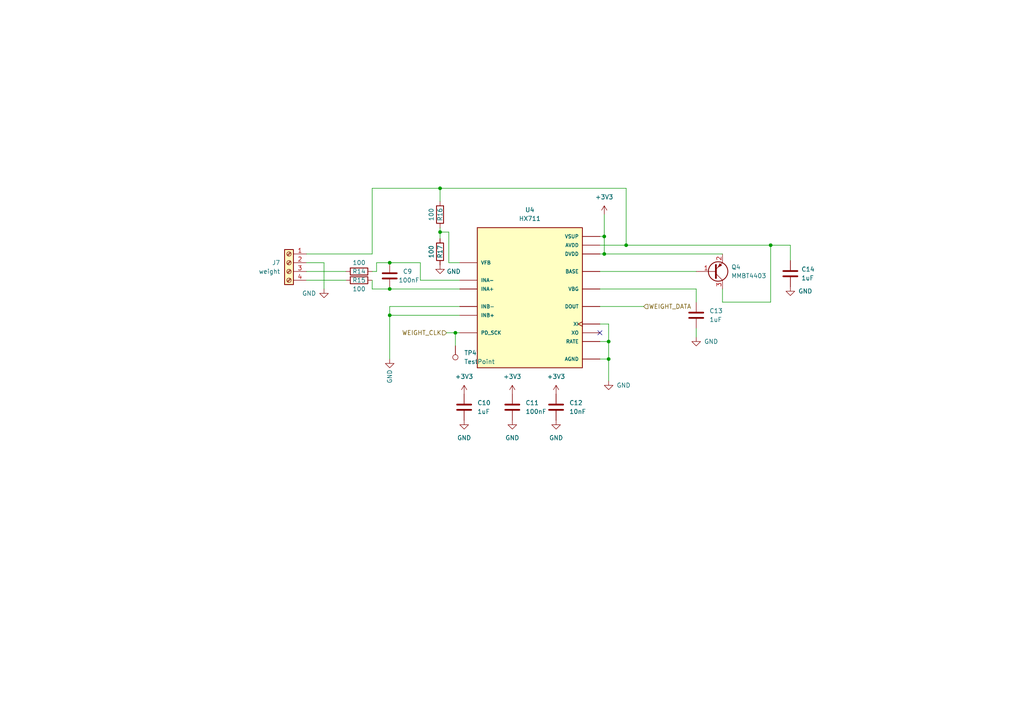
<source format=kicad_sch>
(kicad_sch (version 20211123) (generator eeschema)
  (paper "A4")
  (title_block (title "Weight"))
  (lib_symbols
    (symbol "Connector:Screw_Terminal_01x04" (pin_names (offset 1.016) hide)
      (property "Reference" "J" (at 0 5.08 0))
      (property "Value" "Screw_Terminal_01x04" (at 0 -7.62 0))
      (symbol "Screw_Terminal_01x04_1_1"
        (rectangle (start -1.27 3.81) (end 1.27 -6.35) (stroke (width 0.254)) (fill (type background)))
        (circle (center 0 -5.08) (radius 0.635) (stroke (width 0.1524)))
        (circle (center 0 -2.54) (radius 0.635) (stroke (width 0.1524)))
        (polyline (pts (xy -0.5334 -4.7498) (xy 0.3302 -5.588)) (stroke (width 0.1524)))
        (polyline (pts (xy -0.5334 -2.2098) (xy 0.3302 -3.048)) (stroke (width 0.1524)))
        (polyline (pts (xy -0.5334 0.3302) (xy 0.3302 -0.508)) (stroke (width 0.1524)))
        (polyline (pts (xy -0.5334 2.8702) (xy 0.3302 2.032)) (stroke (width 0.1524)))
        (polyline (pts (xy -0.3556 -4.572) (xy 0.508 -5.4102)) (stroke (width 0.1524)))
        (polyline (pts (xy -0.3556 -2.032) (xy 0.508 -2.8702)) (stroke (width 0.1524)))
        (polyline (pts (xy -0.3556 0.508) (xy 0.508 -0.3302)) (stroke (width 0.1524)))
        (polyline (pts (xy -0.3556 3.048) (xy 0.508 2.2098)) (stroke (width 0.1524)))
        (circle (center 0 0) (radius 0.635) (stroke (width 0.1524)))
        (circle (center 0 2.54) (radius 0.635) (stroke (width 0.1524)))
        (pin passive line (at -5.08 2.54 0) (length 3.81) (name "Pin_1") (number "1"))
        (pin passive line (at -5.08 0 0) (length 3.81) (name "Pin_2") (number "2"))
        (pin passive line (at -5.08 -2.54 0) (length 3.81) (name "Pin_3") (number "3"))
        (pin passive line (at -5.08 -5.08 0) (length 3.81) (name "Pin_4") (number "4"))
      )
    )
    (symbol "Connector:TestPoint" (pin_numbers hide) (pin_names (offset 0.762) hide)
      (property "Reference" "TP" (at 0 6.858 0))
      (property "Value" "TestPoint" (at 0 5.08 0))
      (symbol "TestPoint_0_1"
        (circle (center 0 3.302) (radius 0.762))
      )
      (symbol "TestPoint_1_1"
        (pin passive line (at 0 0 90) (length 2.54) (name "1") (number "1"))
      )
    )
    (symbol "Device:C" (pin_numbers hide) (pin_names (offset 0.254))
      (property "Reference" "C" (at 0.635 2.54 0))
      (property "Value" "C" (at 0.635 -2.54 0))
      (symbol "C_0_1"
        (polyline (pts (xy -2.032 -0.762) (xy 2.032 -0.762)) (stroke (width 0.508)))
        (polyline (pts (xy -2.032 0.762) (xy 2.032 0.762)) (stroke (width 0.508)))
      )
      (symbol "C_1_1"
        (pin passive line (at 0 3.81 270) (length 2.794) (name "~") (number "1"))
        (pin passive line (at 0 -3.81 90) (length 2.794) (name "~") (number "2"))
      )
    )
    (symbol "Device:Q_PNP_BEC" (pin_names (offset 0) hide)
      (property "Reference" "Q" (at 5.08 1.27 0))
      (property "Value" "Q_PNP_BEC" (at 5.08 -1.27 0))
      (symbol "Q_PNP_BEC_0_1"
        (polyline (pts (xy 0.635 0.635) (xy 2.54 2.54)))
        (polyline (pts (xy 0.635 -0.635) (xy 2.54 -2.54) (xy 2.54 -2.54)))
        (polyline (pts (xy 0.635 1.905) (xy 0.635 -1.905) (xy 0.635 -1.905)) (stroke (width 0.508)))
        (polyline (pts (xy 2.286 -1.778) (xy 1.778 -2.286) (xy 1.27 -1.27) (xy 2.286 -1.778) (xy 2.286 -1.778)) (fill (type outline)))
        (circle (center 1.27 0) (radius 2.8194) (stroke (width 0.254)))
      )
      (symbol "Q_PNP_BEC_1_1"
        (pin input line (at -5.08 0 0) (length 5.715) (name "B") (number "1"))
        (pin passive line (at 2.54 -5.08 90) (length 2.54) (name "E") (number "2"))
        (pin passive line (at 2.54 5.08 270) (length 2.54) (name "C") (number "3"))
      )
    )
    (symbol "Device:R" (pin_numbers hide) (pin_names (offset 0))
      (property "Reference" "R" (at 2.032 0 90))
      (property "Value" "R" (at 0 0 90))
      (symbol "R_0_1"
        (rectangle (start -1.016 -2.54) (end 1.016 2.54) (stroke (width 0.254)))
      )
      (symbol "R_1_1"
        (pin passive line (at 0 3.81 270) (length 1.27) (name "~") (number "1"))
        (pin passive line (at 0 -3.81 90) (length 1.27) (name "~") (number "2"))
      )
    )
    (symbol "hamboard:HX711" (pin_numbers hide) (pin_names (offset 1.016))
      (property "Reference" "U" (at -15.24 22.86 0))
      (property "Value" "HX711" (at -15.24 -25.4 0))
      (symbol "HX711_0_0"
        (rectangle (start -15.24 -20.32) (end 15.24 20.32) (stroke (width 0.254)) (fill (type background)))
        (pin power_in line (at 20.32 17.78 180) (length 5.08) (name "VSUP") (number "1"))
        (pin input line (at -20.32 -5.08 0) (length 5.08) (name "INB+") (number "10"))
        (pin input line (at -20.32 -10.16 0) (length 5.08) (name "PD_SCK") (number "11"))
        (pin output line (at 20.32 -2.54 180) (length 5.08) (name "DOUT") (number "12"))
        (pin output line (at 20.32 -10.16 180) (length 5.08) (name "XO") (number "13"))
        (pin input clock (at 20.32 -7.62 180) (length 5.08) (name "XI") (number "14"))
        (pin input line (at 20.32 -12.7 180) (length 5.08) (name "RATE") (number "15"))
        (pin power_in line (at 20.32 12.7 180) (length 5.08) (name "DVDD") (number "16"))
        (pin output line (at 20.32 7.62 180) (length 5.08) (name "BASE") (number "2"))
        (pin power_in line (at 20.32 15.24 180) (length 5.08) (name "AVDD") (number "3"))
        (pin input line (at -20.32 10.16 0) (length 5.08) (name "VFB") (number "4"))
        (pin power_in line (at 20.32 -17.78 180) (length 5.08) (name "AGND") (number "5"))
        (pin output line (at 20.32 2.54 180) (length 5.08) (name "VBG") (number "6"))
        (pin input line (at -20.32 5.08 0) (length 5.08) (name "INA-") (number "7"))
        (pin input line (at -20.32 2.54 0) (length 5.08) (name "INA+") (number "8"))
        (pin input line (at -20.32 -2.54 0) (length 5.08) (name "INB-") (number "9"))
      )
    )
    (symbol "power:+3V3" (power) (pin_names (offset 0))
      (property "Value" "+3V3" (at 0 3.556 0))
      (symbol "+3V3_0_1"
        (polyline (pts (xy -0.762 1.27) (xy 0 2.54)))
        (polyline (pts (xy 0 0) (xy 0 2.54)))
        (polyline (pts (xy 0 2.54) (xy 0.762 1.27)))
      )
      (symbol "+3V3_1_1"
        (pin power_in line (at 0 0 90) (length 0) hide (name "+3V3") (number "1"))
      )
    )
    (symbol "power:GND" (power) (pin_names (offset 0))
      (property "Value" "GND" (at 0 -3.81 0))
      (symbol "GND_0_1"
        (polyline (pts (xy 0 0) (xy 0 -1.27) (xy 1.27 -1.27) (xy 0 -2.54) (xy -1.27 -1.27) (xy 0 -1.27)))
      )
      (symbol "GND_1_1"
        (pin power_in line (at 0 0 270) (length 0) hide (name "GND") (number "1"))
      )
    )
  )
  (junction (at 181.61 71.12))
  (junction (at 127.635 54.61))
  (junction (at 113.03 83.82))
  (junction (at 176.53 104.14))
  (junction (at 132.08 96.52))
  (junction (at 176.53 99.06))
  (junction (at 175.26 68.58))
  (junction (at 127.635 67.31))
  (junction (at 223.52 71.12))
  (junction (at 175.26 73.66))
  (junction (at 113.03 91.44))
  (junction (at 113.03 76.2))
  (no_connect (at 173.99 96.52))
  (wire (pts (xy 201.93 83.82) (xy 201.93 87.63)))
  (wire (pts (xy 129.54 96.52) (xy 132.08 96.52)))
  (wire (pts (xy 88.9 73.66) (xy 107.95 73.66)))
  (wire (pts (xy 88.9 81.28) (xy 100.33 81.28)))
  (wire (pts (xy 127.635 66.04) (xy 127.635 67.31)))
  (wire (pts (xy 113.03 91.44) (xy 133.35 91.44)))
  (wire (pts (xy 176.53 99.06) (xy 176.53 93.98)))
  (wire (pts (xy 132.08 96.52) (xy 133.35 96.52)))
  (wire (pts (xy 229.235 71.12) (xy 229.235 75.565)))
  (wire (pts (xy 173.99 88.9) (xy 186.69 88.9)))
  (wire (pts (xy 107.95 73.66) (xy 107.95 54.61)))
  (wire (pts (xy 173.99 99.06) (xy 176.53 99.06)))
  (wire (pts (xy 223.52 71.12) (xy 223.52 87.63)))
  (wire (pts (xy 175.26 68.58) (xy 173.99 68.58)))
  (wire (pts (xy 107.95 78.74) (xy 109.22 78.74)))
  (wire (pts (xy 175.26 68.58) (xy 175.26 73.66)))
  (wire (pts (xy 88.9 78.74) (xy 100.33 78.74)))
  (wire (pts (xy 133.35 88.9) (xy 113.03 88.9)))
  (wire (pts (xy 181.61 54.61) (xy 181.61 71.12)))
  (wire (pts (xy 201.93 95.25) (xy 201.93 97.79)))
  (wire (pts (xy 113.03 104.14) (xy 113.03 91.44)))
  (wire (pts (xy 209.55 87.63) (xy 223.52 87.63)))
  (wire (pts (xy 107.95 81.28) (xy 107.95 83.82)))
  (wire (pts (xy 93.98 83.82) (xy 93.98 76.2)))
  (wire (pts (xy 113.03 83.82) (xy 133.35 83.82)))
  (wire (pts (xy 107.95 83.82) (xy 113.03 83.82)))
  (wire (pts (xy 121.92 76.2) (xy 113.03 76.2)))
  (wire (pts (xy 223.52 71.12) (xy 229.235 71.12)))
  (wire (pts (xy 107.95 54.61) (xy 127.635 54.61)))
  (wire (pts (xy 175.26 73.66) (xy 209.55 73.66)))
  (wire (pts (xy 176.53 104.14) (xy 176.53 110.49)))
  (wire (pts (xy 109.22 76.2) (xy 113.03 76.2)))
  (wire (pts (xy 181.61 71.12) (xy 173.99 71.12)))
  (wire (pts (xy 130.175 67.31) (xy 127.635 67.31)))
  (wire (pts (xy 173.99 93.98) (xy 176.53 93.98)))
  (wire (pts (xy 173.99 83.82) (xy 201.93 83.82)))
  (wire (pts (xy 121.92 81.28) (xy 121.92 76.2)))
  (wire (pts (xy 175.26 73.66) (xy 173.99 73.66)))
  (wire (pts (xy 93.98 76.2) (xy 88.9 76.2)))
  (wire (pts (xy 127.635 54.61) (xy 181.61 54.61)))
  (wire (pts (xy 175.26 62.23) (xy 175.26 68.58)))
  (wire (pts (xy 132.08 96.52) (xy 132.08 100.33)))
  (wire (pts (xy 209.55 83.82) (xy 209.55 87.63)))
  (wire (pts (xy 109.22 78.74) (xy 109.22 76.2)))
  (wire (pts (xy 127.635 67.31) (xy 127.635 69.215)))
  (wire (pts (xy 173.99 78.74) (xy 201.93 78.74)))
  (wire (pts (xy 176.53 99.06) (xy 176.53 104.14)))
  (wire (pts (xy 130.175 76.2) (xy 130.175 67.31)))
  (wire (pts (xy 181.61 71.12) (xy 223.52 71.12)))
  (wire (pts (xy 113.03 88.9) (xy 113.03 91.44)))
  (wire (pts (xy 173.99 104.14) (xy 176.53 104.14)))
  (wire (pts (xy 133.35 81.28) (xy 121.92 81.28)))
  (wire (pts (xy 133.35 76.2) (xy 130.175 76.2)))
  (wire (pts (xy 127.635 54.61) (xy 127.635 58.42)))
  (hierarchical_label "WEIGHT_DATA" (shape input) (at 186.69 88.9 0))
  (hierarchical_label "WEIGHT_CLK" (shape input) (at 129.54 96.52 180))
  (symbol (lib_id "Device:C") (at 113.03 80.01 0) (unit 1)
    (property "Reference" "C9" (at 116.84 78.7399 0) (effects (justify left)))
    (property "Value" "100nF" (at 115.57 81.28 0) (effects (justify left)))
    (property "Footprint" "Capacitor_SMD:C_0805_2012Metric" (effects hide))
  )
  (symbol (lib_id "Device:Q_PNP_BEC") (at 207.01 78.74 0) (mirror x) (unit 1)
    (property "Reference" "Q4" (at 212.09 77.4699 0) (effects (justify left)))
    (property "Value" "MMBT4403" (at 212.09 80.0099 0) (effects (justify left)))
    (property "Footprint" "Package_TO_SOT_SMD:SOT-23" (effects hide))
    (property "Datasheet" "https://datasheet.lcsc.com/lcsc/2205061000_Guangdong-Hottech-MMBT4403_C181124.pdf" (effects hide))
    (property "LCSC" "C181124" (effects hide))
  )
  (symbol (lib_id "Device:R") (at 127.635 62.23 180) (unit 1)
    (property "Reference" "R16" (at 127.635 62.23 90))
    (property "Value" "100" (at 125.095 62.23 90))
    (property "Footprint" "Resistor_SMD:R_0805_2012Metric" (effects hide))
  )
  (symbol (lib_id "power:GND") (at 201.93 97.79 0) (unit 1)
    (property "Reference" "#PWR052" (effects hide))
    (property "Value" "GND" (at 204.216 99.0599 0) (effects (justify left)))
  )
  (symbol (lib_id "Device:C") (at 161.29 118.11 0) (unit 1)
    (property "Reference" "C12" (at 165.1 116.8399 0) (effects (justify left)))
    (property "Value" "10nF" (at 165.1 119.3799 0) (effects (justify left)))
    (property "Footprint" "Capacitor_SMD:C_0805_2012Metric" (effects hide))
  )
  (symbol (lib_id "power:+3V3") (at 161.29 114.3 0) (unit 1)
    (property "Reference" "#PWR048" (effects hide))
    (property "Value" "+3V3" (at 161.29 109.22 0))
  )
  (symbol (lib_id "Device:C") (at 201.93 91.44 0) (unit 1)
    (property "Reference" "C13" (at 205.74 90.1699 0) (effects (justify left)))
    (property "Value" "1uF" (at 205.74 92.7099 0) (effects (justify left)))
    (property "Footprint" "Capacitor_SMD:C_0805_2012Metric" (effects hide))
  )
  (symbol (lib_id "Device:C") (at 148.59 118.11 0) (unit 1)
    (property "Reference" "C11" (at 152.4 116.8399 0) (effects (justify left)))
    (property "Value" "100nF" (at 152.4 119.3799 0) (effects (justify left)))
    (property "Footprint" "Capacitor_SMD:C_0805_2012Metric" (effects hide))
  )
  (symbol (lib_id "Device:C") (at 134.62 118.11 0) (unit 1)
    (property "Reference" "C10" (at 138.43 116.8399 0) (effects (justify left)))
    (property "Value" "1uF" (at 138.43 119.3799 0) (effects (justify left)))
    (property "Footprint" "Capacitor_SMD:C_0805_2012Metric" (effects hide))
  )
  (symbol (lib_id "power:+3V3") (at 148.59 114.3 0) (unit 1)
    (property "Reference" "#PWR046" (effects hide))
    (property "Value" "+3V3" (at 148.59 109.22 0))
  )
  (symbol (lib_id "power:GND") (at 127.635 76.835 0) (unit 1)
    (property "Reference" "#PWR043" (effects hide))
    (property "Value" "GND" (at 129.54 78.74 0) (effects (justify left)))
  )
  (symbol (lib_id "Device:R") (at 104.14 81.28 90) (unit 1)
    (property "Reference" "R15" (at 104.14 81.28 90))
    (property "Value" "100" (at 104.14 83.82 90))
    (property "Footprint" "Resistor_SMD:R_0805_2012Metric" (effects hide))
  )
  (symbol (lib_id "power:GND") (at 93.98 83.82 0) (mirror y) (unit 1)
    (property "Reference" "#PWR041" (effects hide))
    (property "Value" "GND" (at 91.694 85.0899 0) (effects (justify left)))
  )
  (symbol (lib_id "power:GND") (at 176.53 110.49 0) (unit 1)
    (property "Reference" "#PWR051" (effects hide))
    (property "Value" "GND" (at 178.816 111.7599 0) (effects (justify left)))
  )
  (symbol (lib_id "power:GND") (at 148.59 121.92 0) (unit 1)
    (property "Reference" "#PWR047" (effects hide))
    (property "Value" "GND" (at 148.59 127 0))
  )
  (symbol (lib_id "power:GND") (at 229.235 83.185 0) (unit 1)
    (property "Reference" "#PWR053" (effects hide))
    (property "Value" "GND" (at 231.521 84.4549 0) (effects (justify left)))
  )
  (symbol (lib_id "hamboard:HX711") (at 153.67 86.36 0) (unit 1)
    (property "Reference" "U4" (at 153.67 60.8584 0))
    (property "Value" "HX711" (at 153.67 63.3984 0))
    (property "Footprint" "SOP127P600X180-16N" (effects hide))
    (property "STANDARD" "IPC-7351B" (effects hide))
    (property "PARTREV" "V2.0" (effects hide))
    (property "SNAPEDA_PN" "HX711" (effects hide))
    (property "MANUFACTURER" "Avia Semiconductor" (effects hide))
    (property "MAXIMUM_PACKAGE_HEIGHT" "1.8 mm" (effects hide))
    (property "LCSC" "C43656" (effects hide))
  )
  (symbol (lib_id "Device:R") (at 127.635 73.025 180) (unit 1)
    (property "Reference" "R17" (at 127.635 73.025 90))
    (property "Value" "100" (at 125.095 73.025 90))
    (property "Footprint" "Resistor_SMD:R_0805_2012Metric" (effects hide))
  )
  (symbol (lib_id "Connector:TestPoint") (at 132.08 100.33 180) (unit 1)
    (property "Reference" "TP4" (at 134.62 102.3619 0) (effects (justify right)))
    (property "Value" "TestPoint" (at 134.62 104.9019 0) (effects (justify right)))
    (property "Footprint" "TestPoint:TestPoint_Pad_D1.5mm" (effects hide))
  )
  (symbol (lib_id "power:GND") (at 134.62 121.92 0) (unit 1)
    (property "Reference" "#PWR045" (effects hide))
    (property "Value" "GND" (at 134.62 127 0))
  )
  (symbol (lib_id "Device:C") (at 229.235 79.375 0) (unit 1)
    (property "Reference" "C14" (at 232.41 78.1049 0) (effects (justify left)))
    (property "Value" "1uF" (at 232.41 80.6449 0) (effects (justify left)))
    (property "Footprint" "Capacitor_SMD:C_0805_2012Metric" (effects hide))
  )
  (symbol (lib_id "power:+3V3") (at 175.26 62.23 0) (unit 1)
    (property "Reference" "#PWR050" (effects hide))
    (property "Value" "+3V3" (at 175.26 57.15 0))
  )
  (symbol (lib_id "Device:R") (at 104.14 78.74 90) (unit 1)
    (property "Reference" "R14" (at 104.14 78.74 90))
    (property "Value" "100" (at 104.14 76.2 90))
    (property "Footprint" "Resistor_SMD:R_0805_2012Metric" (effects hide))
  )
  (symbol (lib_id "power:+3V3") (at 134.62 114.3 0) (unit 1)
    (property "Reference" "#PWR044" (effects hide))
    (property "Value" "+3V3" (at 134.62 109.22 0))
  )
  (symbol (lib_id "power:GND") (at 161.29 121.92 0) (unit 1)
    (property "Reference" "#PWR049" (effects hide))
    (property "Value" "GND" (at 161.29 127 0))
  )
  (symbol (lib_id "Connector:Screw_Terminal_01x04") (at 83.82 76.2 0) (mirror y) (unit 1)
    (property "Reference" "J7" (at 81.28 76.1999 0) (effects (justify left)))
    (property "Value" "weight" (at 81.28 78.7399 0) (effects (justify left)))
    (property "Footprint" "TerminalBlock:TerminalBlock_bornier-4_P5.08mm" (effects hide))
    (property "LCSC" "C557656" (effects hide))
  )
  (symbol (lib_id "power:GND") (at 113.03 104.14 0) (unit 1)
    (property "Reference" "#PWR042" (effects hide))
    (property "Value" "GND" (at 113.03 111.252 90) (effects (justify left)))
  )
)
</source>
